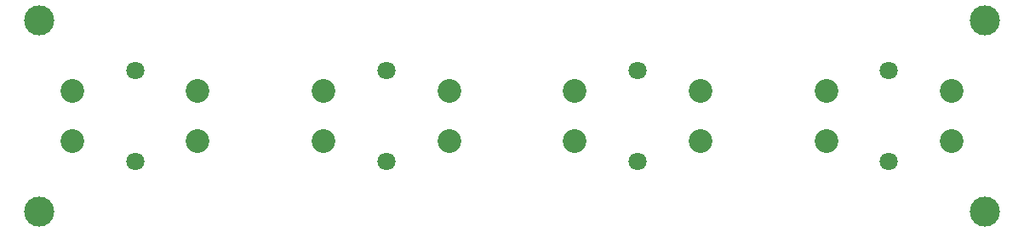
<source format=gbr>
G04 DipTrace 3.3.1.3*
G04 BottomMask.gbr*
%MOIN*%
G04 #@! TF.FileFunction,Soldermask,Bot*
G04 #@! TF.Part,Single*
%ADD38C,0.11811*%
%ADD39C,0.070866*%
%ADD44C,0.092874*%
%FSLAX26Y26*%
G04*
G70*
G90*
G75*
G01*
G04 BotMask*
%LPD*%
D38*
X511811Y511811D3*
Y1259843D3*
X4212598D3*
Y511811D3*
D44*
X3592520Y787360D3*
Y984210D3*
X4084646D3*
Y787360D3*
D39*
X3838583Y708619D3*
Y1062950D3*
D44*
X2608268Y787360D3*
Y984210D3*
X3100394D3*
Y787360D3*
D39*
X2854331Y708619D3*
Y1062950D3*
D44*
X1624016Y787360D3*
Y984210D3*
X2116142D3*
Y787360D3*
D39*
X1870079Y708619D3*
Y1062950D3*
D44*
X639764Y787360D3*
Y984210D3*
X1131890D3*
Y787360D3*
D39*
X885827Y708619D3*
Y1062950D3*
M02*

</source>
